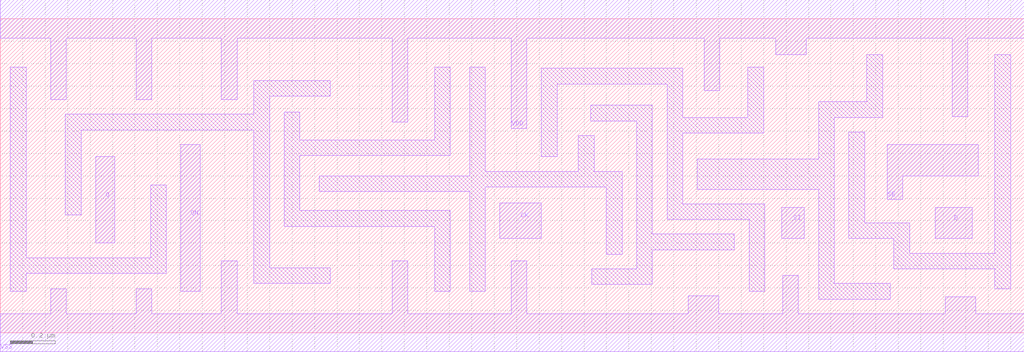
<source format=lef>
# 
# ******************************************************************************
# *                                                                            *
# *                   Copyright (C) 2004-2010, Nangate Inc.                    *
# *                           All rights reserved.                             *
# *                                                                            *
# * Nangate and the Nangate logo are trademarks of Nangate Inc.                *
# *                                                                            *
# * All trademarks, logos, software marks, and trade names (collectively the   *
# * "Marks") in this program are proprietary to Nangate or other respective    *
# * owners that have granted Nangate the right and license to use such Marks.  *
# * You are not permitted to use the Marks without the prior written consent   *
# * of Nangate or such third party that may own the Marks.                     *
# *                                                                            *
# * This file has been provided pursuant to a License Agreement containing     *
# * restrictions on its use. This file contains valuable trade secrets and     *
# * proprietary information of Nangate Inc., and is protected by U.S. and      *
# * international laws and/or treaties.                                        *
# *                                                                            *
# * The copyright notice(s) in this file does not indicate actual or intended  *
# * publication of this file.                                                  *
# *                                                                            *
# *     NGLibraryCreator, v2010.08-HR32-SP3-2010-08-05 - build 1009061800      *
# *                                                                            *
# ******************************************************************************
# 
# 
# Running on brazil06.nangate.com.br for user Giancarlo Franciscatto (gfr).
# Local time is now Fri, 3 Dec 2010, 19:32:18.
# Main process id is 27821.

VERSION 5.6 ;
BUSBITCHARS "[]" ;
DIVIDERCHAR "/" ;

MACRO SDFF_X2
  CLASS core ;
  FOREIGN SDFF_X2 0.0 0.0 ;
  ORIGIN 0 0 ;
  SYMMETRY X Y ;
  SITE FreePDK45_38x28_10R_NP_162NW_34O ;
  SIZE 4.56 BY 1.4 ;
  PIN D
    DIRECTION INPUT ;
    ANTENNAPARTIALMETALAREA 0.0231 LAYER metal1 ;
    ANTENNAPARTIALMETALSIDEAREA 0.0793 LAYER metal1 ;
    ANTENNAGATEAREA 0.03475 ;
    PORT
      LAYER metal1 ;
        POLYGON 4.165 0.42 4.33 0.42 4.33 0.56 4.165 0.56  ;
    END
  END D
  PIN SE
    DIRECTION INPUT ;
    ANTENNAPARTIALMETALAREA 0.06405 LAYER metal1 ;
    ANTENNAPARTIALMETALSIDEAREA 0.169 LAYER metal1 ;
    ANTENNAGATEAREA 0.05775 ;
    PORT
      LAYER metal1 ;
        POLYGON 3.95 0.595 4.02 0.595 4.02 0.7 4.355 0.7 4.355 0.84 3.95 0.84  ;
    END
  END SE
  PIN SI
    DIRECTION INPUT ;
    ANTENNAPARTIALMETALAREA 0.014 LAYER metal1 ;
    ANTENNAPARTIALMETALSIDEAREA 0.0624 LAYER metal1 ;
    ANTENNAGATEAREA 0.02625 ;
    PORT
      LAYER metal1 ;
        POLYGON 3.48 0.42 3.58 0.42 3.58 0.56 3.48 0.56  ;
    END
  END SI
  PIN CK
    DIRECTION INPUT ;
    ANTENNAPARTIALMETALAREA 0.0296 LAYER metal1 ;
    ANTENNAPARTIALMETALSIDEAREA 0.0897 LAYER metal1 ;
    ANTENNAGATEAREA 0.02625 ;
    PORT
      LAYER metal1 ;
        POLYGON 2.225 0.42 2.41 0.42 2.41 0.58 2.225 0.58  ;
    END
  END CK
  PIN Q
    DIRECTION OUTPUT ;
    ANTENNAPARTIALMETALAREA 0.032725 LAYER metal1 ;
    ANTENNAPARTIALMETALSIDEAREA 0.1222 LAYER metal1 ;
    ANTENNADIFFAREA 0.1463 ;
    PORT
      LAYER metal1 ;
        POLYGON 0.425 0.4 0.51 0.4 0.51 0.785 0.425 0.785  ;
    END
  END Q
  PIN QN
    DIRECTION OUTPUT ;
    ANTENNAPARTIALMETALAREA 0.055675 LAYER metal1 ;
    ANTENNAPARTIALMETALSIDEAREA 0.1924 LAYER metal1 ;
    ANTENNADIFFAREA 0.1463 ;
    PORT
      LAYER metal1 ;
        POLYGON 0.805 0.185 0.89 0.185 0.89 0.84 0.805 0.84  ;
    END
  END QN
  PIN VDD
    DIRECTION INOUT ;
    USE power ;
    SHAPE ABUTMENT ;
    PORT
      LAYER metal1 ;
        POLYGON 0 1.315 0.225 1.315 0.225 1.04 0.295 1.04 0.295 1.315 0.605 1.315 0.605 1.04 0.675 1.04 0.675 1.315 0.985 1.315 0.985 1.04 1.055 1.04 1.055 1.315 1.47 1.315 1.745 1.315 1.745 0.94 1.815 0.94 1.815 1.315 2.005 1.315 2.275 1.315 2.275 0.91 2.345 0.91 2.345 1.315 3.135 1.315 3.135 1.08 3.205 1.08 3.205 1.315 3.455 1.315 3.455 1.24 3.59 1.24 3.59 1.315 4.24 1.315 4.24 0.965 4.31 0.965 4.31 1.315 4.5 1.315 4.56 1.315 4.56 1.485 4.5 1.485 2.005 1.485 1.47 1.485 0 1.485  ;
    END
  END VDD
  PIN VSS
    DIRECTION INOUT ;
    USE ground ;
    SHAPE ABUTMENT ;
    PORT
      LAYER metal1 ;
        POLYGON 0 -0.085 4.56 -0.085 4.56 0.085 4.345 0.085 4.345 0.16 4.21 0.16 4.21 0.085 3.555 0.085 3.555 0.255 3.485 0.255 3.485 0.085 3.2 0.085 3.2 0.165 3.065 0.165 3.065 0.085 2.345 0.085 2.345 0.32 2.275 0.32 2.275 0.085 1.815 0.085 1.815 0.32 1.745 0.32 1.745 0.085 1.055 0.085 1.055 0.32 0.985 0.32 0.985 0.085 0.675 0.085 0.675 0.195 0.605 0.195 0.605 0.085 0.295 0.085 0.295 0.195 0.225 0.195 0.225 0.085 0 0.085  ;
    END
  END VSS
  OBS
      LAYER metal1 ;
        POLYGON 0.045 0.185 0.115 0.185 0.115 0.265 0.74 0.265 0.74 0.66 0.67 0.66 0.67 0.335 0.115 0.335 0.115 1.185 0.045 1.185  ;
        POLYGON 1.2 1.055 1.47 1.055 1.47 1.125 1.13 1.125 1.13 0.975 0.29 0.975 0.29 0.525 0.36 0.525 0.36 0.905 1.13 0.905 1.13 0.22 1.47 0.22 1.47 0.29 1.2 0.29  ;
        POLYGON 1.335 0.79 2.005 0.79 2.005 1.185 1.935 1.185 1.935 0.86 1.335 0.86 1.335 0.985 1.265 0.985 1.265 0.475 1.935 0.475 1.935 0.185 2.005 0.185 2.005 0.545 1.335 0.545  ;
        POLYGON 1.42 0.63 2.09 0.63 2.09 0.185 2.16 0.185 2.16 0.65 2.7 0.65 2.7 0.35 2.77 0.35 2.77 0.72 2.645 0.72 2.645 0.88 2.575 0.88 2.575 0.72 2.16 0.72 2.16 1.185 2.09 1.185 2.09 0.7 1.42 0.7  ;
        POLYGON 2.63 0.945 2.835 0.945 2.835 0.285 2.635 0.285 2.635 0.215 2.905 0.215 2.905 0.37 3.27 0.37 3.27 0.44 2.905 0.44 2.905 1.015 2.63 1.015  ;
        POLYGON 2.41 0.785 2.48 0.785 2.48 1.11 2.97 1.11 2.97 0.505 3.335 0.505 3.335 0.185 3.405 0.185 3.405 0.575 3.04 0.575 3.04 0.89 3.4 0.89 3.4 1.185 3.33 1.185 3.33 0.96 3.04 0.96 3.04 1.18 2.41 1.18  ;
        POLYGON 3.105 0.64 3.645 0.64 3.645 0.15 3.965 0.15 3.965 0.22 3.715 0.22 3.715 0.96 3.93 0.96 3.93 1.24 3.86 1.24 3.86 1.03 3.645 1.03 3.645 0.775 3.105 0.775  ;
        POLYGON 3.78 0.42 3.98 0.42 3.98 0.285 4.43 0.285 4.43 0.195 4.5 0.195 4.5 1.24 4.43 1.24 4.43 0.355 4.05 0.355 4.05 0.49 3.85 0.49 3.85 0.895 3.78 0.895  ;
  END
END SDFF_X2

END LIBRARY
#
# End of file
#

</source>
